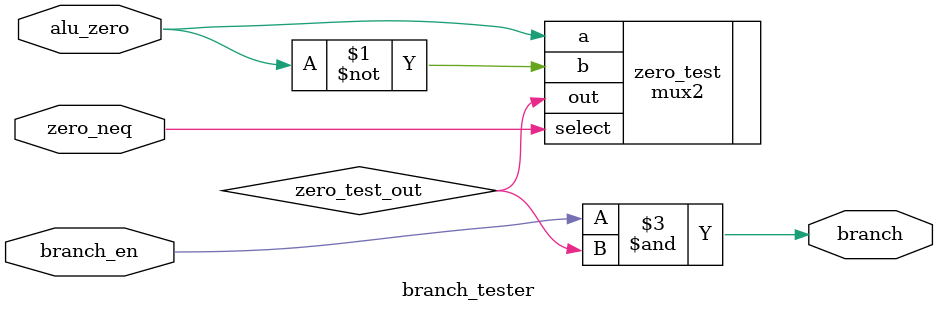
<source format=sv>
`include "mux.sv"


module branch_tester(input  logic branch_en,
                     input  logic zero_neq,
                     input  logic alu_zero,
                     output logic branch);

	logic zero_test_out;
	mux2 #(.WIDTH(1)) zero_test(.a(alu_zero),
	                            .b(~alu_zero),
	                            .select(zero_neq),
	                            .out(zero_test_out));

	always_comb branch = branch_en & zero_test_out;

endmodule

</source>
